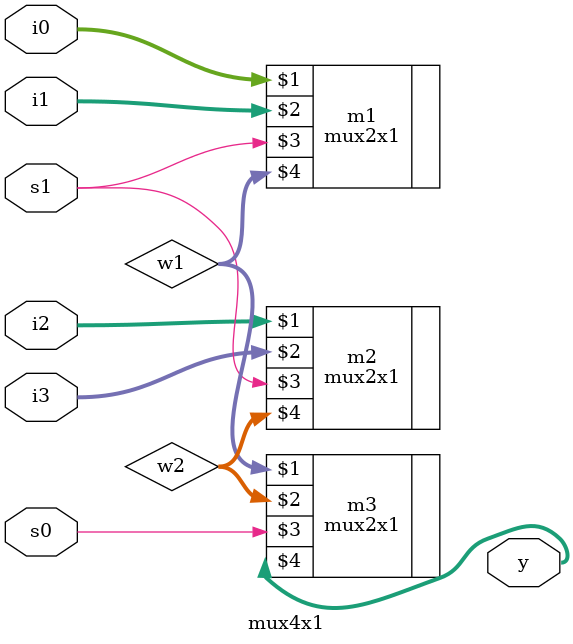
<source format=v>

module mux4x1#(parameter N=4)(input [N-1:0]i0,i1,i2,i3,input s0,s1,output [N-1:0]y);
  wire [N-1:0]w1,w2;
  
  mux2x1 m1(i0,i1,s1,w1);
  mux2x1 m2(i2,i3,s1,w2);
  mux2x1 m3(w1,w2,s0,y);
  
endmodule

</source>
